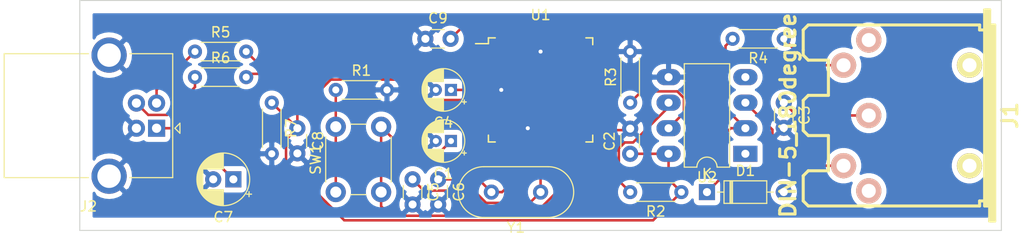
<source format=kicad_pcb>
(kicad_pcb (version 20240108) (generator "pcbnew") (generator_version "8.0")
  (layers (0 "F.Cu" signal) (31 "B.Cu" power) (34 "B.Paste" user) (35 "F.Paste" user) (36 "B.SilkS" user "B.Silkscreen") (37 "F.SilkS" user "F.Silkscreen") (38 "B.Mask" user) (39 "F.Mask" user) (44 "Edge.Cuts" user))
  (net 0 "")
  (net 1 "GND")
  (net 2 "/START_BTN")
  (net 3 "+5V")
  (net 4 "Net-(C3-Pad1)")
  (net 5 "Net-(C4-Pad1)")
  (net 6 "Net-(C5-Pad1)")
  (net 7 "Net-(C6-Pad1)")
  (net 8 "Net-(C7-Pad1)")
  (net 9 "Net-(C9-Pad2)")
  (net 10 "Net-(D1-Pad2)")
  (net 11 "Net-(D1-Pad1)")
  (net 12 "Net-(J1-Pad1)")
  (net 13 "Net-(J1-Pad4)")
  (net 14 "Net-(J1-Pad3)")
  (net 15 "Net-(J2-Pad3)")
  (net 16 "Net-(J2-Pad2)")
  (net 17 "Net-(R1-Pad1)")
  (net 18 "/RX")
  (net 19 "Net-(R3-Pad1)")
  (net 20 "Net-(R5-Pad2)")
  (net 21 "Net-(R6-Pad2)")
  (net 22 "Net-(U1-Pad41)")
  (net 23 "Net-(U1-Pad40)")
  (net 24 "Net-(U1-Pad39)")
  (net 25 "Net-(U1-Pad38)")
  (net 26 "Net-(U1-Pad37)")
  (net 27 "Net-(U1-Pad36)")
  (net 28 "Net-(U1-Pad33)")
  (net 29 "Net-(U1-Pad32)")
  (net 30 "Net-(U1-Pad31)")
  (net 31 "Net-(U1-Pad30)")
  (net 32 "Net-(U1-Pad29)")
  (net 33 "Net-(U1-Pad28)")
  (net 34 "Net-(U1-Pad27)")
  (net 35 "Net-(U1-Pad26)")
  (net 36 "Net-(U1-Pad25)")
  (net 37 "Net-(U1-Pad22)")
  (net 38 "Net-(U1-Pad21)")
  (net 39 "Net-(U1-Pad18)")
  (net 40 "Net-(U1-Pad13)")
  (net 41 "Net-(U1-Pad12)")
  (net 42 "Net-(U1-Pad11)")
  (net 43 "Net-(U1-Pad10)")
  (net 44 "Net-(U1-Pad9)")
  (net 45 "Net-(U1-Pad8)")
  (net 46 "Net-(U1-Pad1)")
  (net 47 "Net-(U2-Pad4)")
  (net 48 "Net-(U2-Pad1)")
  (footprint "Resistor_THT:R_Axial_DIN0204_L3.6mm_D1.6mm_P5.08mm_Horizontal" (layer "F.Cu") (at 147.32 104.14 -90)
    (property "Reference" "R7" (at 2.54 -1.92 90) (layer "F.SilkS"))
    (property "Value" "10k")
    (pad "1" thru_hole circle (at 0 0 270) (size 1.4 1.4) (drill 0.7) (layers "*.Cu" "*.Mask") (net 3 "+5V"))
    (pad "2" thru_hole oval (at 5.08 0 270) (size 1.4 1.4) (drill 0.7) (layers "*.Cu" "*.Mask") (net 1 "GND"))
  )
  (footprint "Capacitor_THT:CP_Radial_D4.0mm_P1.50mm" (layer "F.Cu") (at 165.1 107.95 180)
    (property "Reference" "C1" (at 0.75 -3.25 0) (layer "F.SilkS"))
    (property "Value" "1u")
    (pad "1" thru_hole rect (at 0 0 180) (size 1.2 1.2) (drill 0.6) (layers "*.Cu" "*.Mask") (net 2 "/START_BTN"))
    (pad "2" thru_hole circle (at 1.5 0 180) (size 1.2 1.2) (drill 0.6) (layers "*.Cu" "*.Mask") (net 1 "GND"))
  )
  (footprint "Capacitor_THT:CP_Radial_D4.0mm_P1.50mm" (layer "F.Cu") (at 165.1 102.87 180)
    (property "Reference" "C4" (at 0.75 -3.25 0) (layer "F.SilkS"))
    (property "Value" "1u")
    (pad "1" thru_hole rect (at 0 0 180) (size 1.2 1.2) (drill 0.6) (layers "*.Cu" "*.Mask") (net 5 "Net-(C4-Pad1)"))
    (pad "2" thru_hole circle (at 1.5 0 180) (size 1.2 1.2) (drill 0.6) (layers "*.Cu" "*.Mask") (net 1 "GND"))
  )
  (footprint "Eurocad:MIDI_DIN5" (layer "F.Cu") (at 209.55 105.41 90)
    (property "Reference" "J1" (at 0 11.00074 90) (layer "F.SilkS") (effects (font (size 1.524 1.524) (thickness 0.3048))))
    (property "Value" "DIN-5_180degree" (at 0 -11.00074 90) (layer "F.SilkS") (effects (font (size 1.524 1.524) (thickness 0.3048))))
    (pad "" np_thru_hole circle (at -5.00126 6.9977 90) (size 2.49936 2.49936) (drill 1.397) (layers "*.Cu" "*.Mask" "F.SilkS"))
    (pad "" np_thru_hole circle (at 5.00126 6.9977 90) (size 2.49936 2.49936) (drill 1.397) (layers "*.Cu" "*.Mask" "F.SilkS"))
    (pad "1" thru_hole circle (at 7.49808 -2.9972 90) (size 2.49936 2.49936) (drill 1.397) (layers "*.Cu" "*.SilkS" "*.Mask") (net 12 "Net-(J1-Pad1)"))
    (pad "2" thru_hole circle (at 0 -2.99974 90) (size 2.49936 2.49936) (drill 1.397) (layers "*.Cu" "*.SilkS" "*.Mask") (net 4 "Net-(C3-Pad1)"))
    (pad "3" thru_hole circle (at -7.49808 -2.9972 90) (size 2.49936 2.49936) (drill 1.397) (layers "*.Cu" "*.SilkS" "*.Mask") (net 14 "Net-(J1-Pad3)"))
    (pad "4" thru_hole circle (at 4.99618 -5.4991 90) (size 2.49936 2.49936) (drill 1.397) (layers "*.Cu" "*.SilkS" "*.Mask") (net 13 "Net-(J1-Pad4)"))
    (pad "5" thru_hole circle (at -4.99618 -5.4991 90) (size 2.49936 2.49936) (drill 1.397) (layers "*.Cu" "*.SilkS" "*.Mask") (net 10 "Net-(D1-Pad2)"))
  )
  (footprint "Connector_USB:USB_B_OST_USB-B1HSxx_Horizontal" (layer "F.Cu") (at 135.89 106.68 180)
    (property "Reference" "J2" (at 6.76 -7.77 0) (layer "F.SilkS"))
    (property "Value" "USB_B")
    (pad "1" thru_hole rect (at 0 0 180) (size 1.7 1.7) (drill 0.92) (layers "*.Cu" "*.Mask") (net 8 "Net-(C7-Pad1)"))
    (pad "2" thru_hole circle (at 0 2.5 180) (size 1.7 1.7) (drill 0.92) (layers "*.Cu" "*.Mask") (net 16 "Net-(J2-Pad2)"))
    (pad "3" thru_hole circle (at 2 2.5 180) (size 1.7 1.7) (drill 0.92) (layers "*.Cu" "*.Mask") (net 15 "Net-(J2-Pad3)"))
    (pad "4" thru_hole circle (at 2 0 180) (size 1.7 1.7) (drill 0.92) (layers "*.Cu" "*.Mask") (net 1 "GND"))
    (pad "5" thru_hole circle (at 4.71 -4.77 180) (size 3.5 3.5) (drill 2.33) (layers "*.Cu" "*.Mask") (net 1 "GND"))
    (pad "5" thru_hole circle (at 4.71 7.27 180) (size 3.5 3.5) (drill 2.33) (layers "*.Cu" "*.Mask") (net 1 "GND"))
  )
  (footprint "Resistor_THT:R_Axial_DIN0204_L3.6mm_D1.6mm_P5.08mm_Horizontal" (layer "F.Cu") (at 153.67 102.87)
    (property "Reference" "R1" (at 2.54 -1.92 0) (layer "F.SilkS"))
    (property "Value" "1k")
    (pad "1" thru_hole circle (at 0 0) (size 1.4 1.4) (drill 0.7) (layers "*.Cu" "*.Mask") (net 17 "Net-(R1-Pad1)"))
    (pad "2" thru_hole oval (at 5.08 0) (size 1.4 1.4) (drill 0.7) (layers "*.Cu" "*.Mask") (net 1 "GND"))
  )
  (footprint "Resistor_THT:R_Axial_DIN0204_L3.6mm_D1.6mm_P5.08mm_Horizontal" (layer "F.Cu") (at 187.96 113.03 180)
    (property "Reference" "R2" (at 2.54 -1.92 0) (layer "F.SilkS"))
    (property "Value" "1k")
    (pad "1" thru_hole circle (at 0 0 180) (size 1.4 1.4) (drill 0.7) (layers "*.Cu" "*.Mask") (net 3 "+5V"))
    (pad "2" thru_hole oval (at 5.08 0 180) (size 1.4 1.4) (drill 0.7) (layers "*.Cu" "*.Mask") (net 18 "/RX"))
  )
  (footprint "Resistor_THT:R_Axial_DIN0204_L3.6mm_D1.6mm_P5.08mm_Horizontal" (layer "F.Cu") (at 182.88 104.14 90)
    (property "Reference" "R3" (at 2.54 -1.92 90) (layer "F.SilkS"))
    (property "Value" "10k")
    (pad "1" thru_hole circle (at 0 0 90) (size 1.4 1.4) (drill 0.7) (layers "*.Cu" "*.Mask") (net 19 "Net-(R3-Pad1)"))
    (pad "2" thru_hole oval (at 5.08 0 90) (size 1.4 1.4) (drill 0.7) (layers "*.Cu" "*.Mask") (net 1 "GND"))
  )
  (footprint "Resistor_THT:R_Axial_DIN0204_L3.6mm_D1.6mm_P5.08mm_Horizontal" (layer "F.Cu") (at 139.7 99.06)
    (property "Reference" "R5" (at 2.54 -1.92 0) (layer "F.SilkS"))
    (property "Value" "22")
    (pad "1" thru_hole circle (at 0 0) (size 1.4 1.4) (drill 0.7) (layers "*.Cu" "*.Mask") (net 16 "Net-(J2-Pad2)"))
    (pad "2" thru_hole oval (at 5.08 0) (size 1.4 1.4) (drill 0.7) (layers "*.Cu" "*.Mask") (net 20 "Net-(R5-Pad2)"))
  )
  (footprint "Button_Switch_THT:SW_PUSH_6mm_H8mm" (layer "F.Cu") (at 153.67 113.03 90)
    (property "Reference" "SW1" (at 3.25 -2 90) (layer "F.SilkS"))
    (property "Value" "SW_Push")
    (pad "1" thru_hole circle (at 0 0 180) (size 2 2) (drill 1.1) (layers "*.Cu" "*.Mask") (net 17 "Net-(R1-Pad1)"))
    (pad "1" thru_hole circle (at 6.5 0 180) (size 2 2) (drill 1.1) (layers "*.Cu" "*.Mask") (net 17 "Net-(R1-Pad1)"))
    (pad "2" thru_hole circle (at 0 4.5 180) (size 2 2) (drill 1.1) (layers "*.Cu" "*.Mask") (net 2 "/START_BTN"))
    (pad "2" thru_hole circle (at 6.5 4.5 180) (size 2 2) (drill 1.1) (layers "*.Cu" "*.Mask") (net 2 "/START_BTN"))
  )
  (footprint "Package_QFP:TQFP-44_10x10mm_P0.8mm" (layer "F.Cu") (at 173.99 102.87)
    (property "Reference" "U1" (at 0 -7.45 0) (layer "F.SilkS"))
    (property "Value" "ATmega32U4-MU")
    (pad "1" smd rect (at -5.7 -4) (size 1.5 0.55) (layers "F.Cu" "F.Paste" "F.Mask") (net 46 "Net-(U1-Pad1)"))
    (pad "2" smd rect (at -5.7 -3.2) (size 1.5 0.55) (layers "F.Cu" "F.Paste" "F.Mask") (net 3 "+5V"))
    (pad "3" smd rect (at -5.7 -2.4) (size 1.5 0.55) (layers "F.Cu" "F.Paste" "F.Mask") (net 20 "Net-(R5-Pad2)"))
    (pad "4" smd rect (at -5.7 -1.6) (size 1.5 0.55) (layers "F.Cu" "F.Paste" "F.Mask") (net 21 "Net-(R6-Pad2)"))
    (pad "5" smd rect (at -5.7 -0.8) (size 1.5 0.55) (layers "F.Cu" "F.Paste" "F.Mask") (net 1 "GND"))
    (pad "6" smd rect (at -5.7 0) (size 1.5 0.55) (layers "F.Cu" "F.Paste" "F.Mask") (net 5 "Net-(C4-Pad1)"))
    (pad "7" smd rect (at -5.7 0.8) (size 1.5 0.55) (layers "F.Cu" "F.Paste" "F.Mask") (net 3 "+5V"))
    (pad "8" smd rect (at -5.7 1.6) (size 1.5 0.55) (layers "F.Cu" "F.Paste" "F.Mask") (net 45 "Net-(U1-Pad8)"))
    (pad "9" smd rect (at -5.7 2.4) (size 1.5 0.55) (layers "F.Cu" "F.Paste" "F.Mask") (net 44 "Net-(U1-Pad9)"))
    (pad "10" smd rect (at -5.7 3.2) (size 1.5 0.55) (layers "F.Cu" "F.Paste" "F.Mask") (net 43 "Net-(U1-Pad10)"))
    (pad "11" smd rect (at -5.7 4) (size 1.5 0.55) (layers "F.Cu" "F.Paste" "F.Mask") (net 42 "Net-(U1-Pad11)"))
    (pad "12" smd rect (at -4 5.7 90) (size 1.5 0.55) (layers "F.Cu" "F.Paste" "F.Mask") (net 41 "Net-(U1-Pad12)"))
    (pad "13" smd rect (at -3.2 5.7 90) (size 1.5 0.55) (layers "F.Cu" "F.Paste" "F.Mask") (net 40 "Net-(U1-Pad13)"))
    (pad "14" smd rect (at -2.4 5.7 90) (size 1.5 0.55) (layers "F.Cu" "F.Paste" "F.Mask") (net 3 "+5V"))
    (pad "15" smd rect (at -1.6 5.7 90) (size 1.5 0.55) (layers "F.Cu" "F.Paste" "F.Mask") (net 1 "GND"))
    (pad "16" smd rect (at -0.8 5.7 90) (size 1.5 0.55) (layers "F.Cu" "F.Paste" "F.Mask") (net 7 "Net-(C6-Pad1)"))
    (pad "17" smd rect (at 0 5.7 90) (size 1.5 0.55) (layers "F.Cu" "F.Paste" "F.Mask") (net 6 "Net-(C5-Pad1)"))
    (pad "18" smd rect (at 0.8 5.7 90) (size 1.5 0.55) (layers "F.Cu" "F.Paste" "F.Mask") (net 39 "Net-(U1-Pad18)"))
    (pad "19" smd rect (at 1.6 5.7 90) (size 1.5 0.55) (layers "F.Cu" "F.Paste" "F.Mask") (net 2 "/START_BTN"))
    (pad "20" smd rect (at 2.4 5.7 90) (size 1.5 0.55) (layers "F.Cu" "F.Paste" "F.Mask") (net 18 "/RX"))
    (pad "21" smd rect (at 3.2 5.7 90) (size 1.5 0.55) (layers "F.Cu" "F.Paste" "F.Mask") (net 38 "Net-(U1-Pad21)"))
    (pad "22" smd rect (at 4 5.7 90) (size 1.5 0.55) (layers "F.Cu" "F.Paste" "F.Mask") (net 37 "Net-(U1-Pad22)"))
    (pad "23" smd rect (at 5.7 4) (size 1.5 0.55) (layers "F.Cu" "F.Paste" "F.Mask") (net 1 "GND"))
    (pad "24" smd rect (at 5.7 3.2) (size 1.5 0.55) (layers "F.Cu" "F.Paste" "F.Mask") (net 3 "+5V"))
    (pad "25" smd rect (at 5.7 2.4) (size 1.5 0.55) (layers "F.Cu" "F.Paste" "F.Mask") (net 36 "Net-(U1-Pad25)"))
    (pad "26" smd rect (at 5.7 1.6) (size 1.5 0.55) (layers "F.Cu" "F.Paste" "F.Mask") (net 35 "Net-(U1-Pad26)"))
    (pad "27" smd rect (at 5.7 0.8) (size 1.5 0.55) (layers "F.Cu" "F.Paste" "F.Mask") (net 34 "Net-(U1-Pad27)"))
    (pad "28" smd rect (at 5.7 0) (size 1.5 0.55) (layers "F.Cu" "F.Paste" "F.Mask") (net 33 "Net-(U1-Pad28)"))
    (pad "29" smd rect (at 5.7 -0.8) (size 1.5 0.55) (layers "F.Cu" "F.Paste" "F.Mask") (net 32 "Net-(U1-Pad29)"))
    (pad "30" smd rect (at 5.7 -1.6) (size 1.5 0.55) (layers "F.Cu" "F.Paste" "F.Mask") (net 31 "Net-(U1-Pad30)"))
    (pad "31" smd rect (at 5.7 -2.4) (size 1.5 0.55) (layers "F.Cu" "F.Paste" "F.Mask") (net 30 "Net-(U1-Pad31)"))
    (pad "32" smd rect (at 5.7 -3.2) (size 1.5 0.55) (layers "F.Cu" "F.Paste" "F.Mask") (net 29 "Net-(U1-Pad32)"))
    (pad "33" smd rect (at 5.7 -4) (size 1.5 0.55) (layers "F.Cu" "F.Paste" "F.Mask") (net 28 "Net-(U1-Pad33)"))
    (pad "34" smd rect (at 4 -5.7 90) (size 1.5 0.55) (layers "F.Cu" "F.Paste" "F.Mask") (net 3 "+5V"))
    (pad "35" smd rect (at 3.2 -5.7 90) (size 1.5 0.55) (layers "F.Cu" "F.Paste" "F.Mask") (net 1 "GND"))
    (pad "36" smd rect (at 2.4 -5.7 90) (size 1.5 0.55) (layers "F.Cu" "F.Paste" "F.Mask") (net 27 "Net-(U1-Pad36)"))
    (pad "37" smd rect (at 1.6 -5.7 90) (size 1.5 0.55) (layers "F.Cu" "F.Paste" "F.Mask") (net 26 "Net-(U1-Pad37)"))
    (pad "38" smd rect (at 0.8 -5.7 90) (size 1.5 0.55) (layers "F.Cu" "F.Paste" "F.Mask") (net 25 "Net-(U1-Pad38)"))
    (pad "39" smd rect (at 0 -5.7 90) (size 1.5 0.55) (layers "F.Cu" "F.Paste" "F.Mask") (net 24 "Net-(U1-Pad39)"))
    (pad "40" smd rect (at -0.8 -5.7 90) (size 1.5 0.55) (layers "F.Cu" "F.Paste" "F.Mask") (net 23 "Net-(U1-Pad40)"))
    (pad "41" smd rect (at -1.6 -5.7 90) (size 1.5 0.55) (layers "F.Cu" "F.Paste" "F.Mask") (net 22 "Net-(U1-Pad41)"))
    (pad "42" smd rect (at -2.4 -5.7 90) (size 1.5 0.55) (layers "F.Cu" "F.Paste" "F.Mask") (net 9 "Net-(C9-Pad2)"))
    (pad "43" smd rect (at -3.2 -5.7 90) (size 1.5 0.55) (layers "F.Cu" "F.Paste" "F.Mask") (net 1 "GND"))
    (pad "44" smd rect (at -4 -5.7 90) (size 1.5 0.55) (layers "F.Cu" "F.Paste" "F.Mask") (net 3 "+5V"))
  )
  (footprint "Crystal:Crystal_HC49-4H_Vertical" (layer "F.Cu") (at 173.99 113.03 180)
    (property "Reference" "Y1" (at 2.44 -3.525 0) (layer "F.SilkS"))
    (property "Value" "16MHz")
    (pad "1" thru_hole circle (at 0 0 180) (size 1.5 1.5) (drill 0.8) (layers "*.Cu" "*.Mask") (net 6 "Net-(C5-Pad1)"))
    (pad "2" thru_hole circle (at 4.88 0 180) (size 1.5 1.5) (drill 0.8) (layers "*.Cu" "*.Mask") (net 7 "Net-(C6-Pad1)"))
  )
  (footprint "Resistor_THT:R_Axial_DIN0204_L3.6mm_D1.6mm_P5.08mm_Horizontal" (layer "F.Cu") (at 139.7 101.6)
    (property "Reference" "R6" (at 2.54 -1.92 0) (layer "F.SilkS"))
    (property "Value" "22")
    (pad "1" thru_hole circle (at 0 0) (size 1.4 1.4) (drill 0.7) (layers "*.Cu" "*.Mask") (net 15 "Net-(J2-Pad3)"))
    (pad "2" thru_hole oval (at 5.08 0) (size 1.4 1.4) (drill 0.7) (layers "*.Cu" "*.Mask") (net 21 "Net-(R6-Pad2)"))
  )
  (footprint "Capacitor_THT:C_Disc_D3.0mm_W1.6mm_P2.50mm" (layer "F.Cu") (at 149.86 106.68 -90)
    (property "Reference" "C8" (at 1.25 -2.05 90) (layer "F.SilkS"))
    (property "Value" "100n")
    (pad "1" thru_hole circle (at 0 0 270) (size 1.6 1.6) (drill 0.8) (layers "*.Cu" "*.Mask") (net 3 "+5V"))
    (pad "2" thru_hole circle (at 2.5 0 270) (size 1.6 1.6) (drill 0.8) (layers "*.Cu" "*.Mask") (net 1 "GND"))
  )
  (footprint "Capacitor_THT:CP_Radial_D5.0mm_P2.00mm" (layer "F.Cu") (at 143.51 111.76 180)
    (property "Reference" "C7" (at 1 -3.75 0) (layer "F.SilkS"))
    (property "Value" "22u")
    (pad "1" thru_hole rect (at 0 0 180) (size 1.6 1.6) (drill 0.8) (layers "*.Cu" "*.Mask") (net 8 "Net-(C7-Pad1)"))
    (pad "2" thru_hole circle (at 2 0 180) (size 1.6 1.6) (drill 0.8) (layers "*.Cu" "*.Mask") (net 1 "GND"))
  )
  (footprint "Capacitor_THT:C_Disc_D3.0mm_W1.6mm_P2.50mm" (layer "F.Cu") (at 198.12 104.14 -90)
    (property "Reference" "C3" (at 1.25 -2.05 90) (layer "F.SilkS"))
    (property "Value" "100n")
    (pad "1" thru_hole circle (at 0 0 270) (size 1.6 1.6) (drill 0.8) (layers "*.Cu" "*.Mask") (net 4 "Net-(C3-Pad1)"))
    (pad "2" thru_hole circle (at 2.5 0 270) (size 1.6 1.6) (drill 0.8) (layers "*.Cu" "*.Mask") (net 1 "GND"))
  )
  (footprint "Capacitor_THT:C_Disc_D3.0mm_W1.6mm_P2.50mm" (layer "F.Cu") (at 163.83 111.76 -90)
    (property "Reference" "C6" (at 1.25 -2.05 90) (layer "F.SilkS"))
    (property "Value" "22p")
    (pad "1" thru_hole circle (at 0 0 270) (size 1.6 1.6) (drill 0.8) (layers "*.Cu" "*.Mask") (net 7 "Net-(C6-Pad1)"))
    (pad "2" thru_hole circle (at 2.5 0 270) (size 1.6 1.6) (drill 0.8) (layers "*.Cu" "*.Mask") (net 1 "GND"))
  )
  (footprint "Package_DIP:DIP-8_W7.62mm_LongPads" (layer "F.Cu") (at 194.31 109.22 180)
    (property "Reference" "U2" (at 3.81 -2.33 0) (layer "F.SilkS"))
    (property "Value" "6N138")
    (pad "1" thru_hole rect (at 0 0 180) (size 2.4 1.6) (drill 0.8) (layers "*.Cu" "*.Mask") (net 48 "Net-(U2-Pad1)"))
    (pad "2" thru_hole oval (at 0 2.54 180) (size 2.4 1.6) (drill 0.8) (layers "*.Cu" "*.Mask") (net 11 "Net-(D1-Pad1)"))
    (pad "3" thru_hole oval (at 0 5.08 180) (size 2.4 1.6) (drill 0.8) (layers "*.Cu" "*.Mask") (net 10 "Net-(D1-Pad2)"))
    (pad "4" thru_hole oval (at 0 7.62 180) (size 2.4 1.6) (drill 0.8) (layers "*.Cu" "*.Mask") (net 47 "Net-(U2-Pad4)"))
    (pad "5" thru_hole oval (at 7.62 7.62 180) (size 2.4 1.6) (drill 0.8) (layers "*.Cu" "*.Mask") (net 1 "GND"))
    (pad "6" thru_hole oval (at 7.62 5.08 180) (size 2.4 1.6) (drill 0.8) (layers "*.Cu" "*.Mask") (net 18 "/RX"))
    (pad "7" thru_hole oval (at 7.62 2.54 180) (size 2.4 1.6) (drill 0.8) (layers "*.Cu" "*.Mask") (net 19 "Net-(R3-Pad1)"))
    (pad "8" thru_hole oval (at 7.62 0 180) (size 2.4 1.6) (drill 0.8) (layers "*.Cu" "*.Mask") (net 3 "+5V"))
  )
  (footprint "Diode_THT:D_DO-35_SOD27_P7.62mm_Horizontal" (layer "F.Cu") (at 190.5 113.03)
    (property "Reference" "D1" (at 3.81 -2.12 0) (layer "F.SilkS"))
    (property "Value" "1N4148")
    (fp_text user "K" (at 0 -1.8 0) (layer "F.SilkS"))
    (pad "1" thru_hole rect (at 0 0) (size 1.6 1.6) (drill 0.8) (layers "*.Cu" "*.Mask") (net 11 "Net-(D1-Pad1)"))
    (pad "2" thru_hole oval (at 7.62 0) (size 1.6 1.6) (drill 0.8) (layers "*.Cu" "*.Mask") (net 10 "Net-(D1-Pad2)"))
  )
  (footprint "Capacitor_THT:C_Disc_D3.0mm_W1.6mm_P2.50mm" (layer "F.Cu") (at 162.56 97.79)
    (property "Reference" "C9" (at 1.25 -2.05 0) (layer "F.SilkS"))
    (property "Value" "100n")
    (pad "1" thru_hole circle (at 0 0) (size 1.6 1.6) (drill 0.8) (layers "*.Cu" "*.Mask") (net 1 "GND"))
    (pad "2" thru_hole circle (at 2.5 0) (size 1.6 1.6) (drill 0.8) (layers "*.Cu" "*.Mask") (net 9 "Net-(C9-Pad2)"))
  )
  (footprint "Resistor_THT:R_Axial_DIN0204_L3.6mm_D1.6mm_P5.08mm_Horizontal" (layer "F.Cu") (at 198.12 97.79 180)
    (property "Reference" "R4" (at 2.54 -1.92 0) (layer "F.SilkS"))
    (property "Value" "220")
    (pad "1" thru_hole circle (at 0 0 180) (size 1.4 1.4) (drill 0.7) (layers "*.Cu" "*.Mask") (net 13 "Net-(J1-Pad4)"))
    (pad "2" thru_hole oval (at 5.08 0 180) (size 1.4 1.4) (drill 0.7) (layers "*.Cu" "*.Mask") (net 11 "Net-(D1-Pad1)"))
  )
  (footprint "Capacitor_THT:C_Disc_D3.0mm_W1.6mm_P2.50mm" (layer "F.Cu") (at 182.88 109.22 90)
    (property "Reference" "C2" (at 1.25 -2.05 90) (layer "F.SilkS"))
    (property "Value" "100n")
    (pad "1" thru_hole circle (at 0 0 90) (size 1.6 1.6) (drill 0.8) (layers "*.Cu" "*.Mask") (net 3 "+5V"))
    (pad "2" thru_hole circle (at 2.5 0 90) (size 1.6 1.6) (drill 0.8) (layers "*.Cu" "*.Mask") (net 1 "GND"))
  )
  (footprint "Capacitor_THT:C_Disc_D3.0mm_W1.6mm_P2.50mm" (layer "F.Cu") (at 161.29 111.76 -90)
    (property "Reference" "C5" (at 1.25 -2.05 90) (layer "F.SilkS"))
    (property "Value" "22p")
    (pad "1" thru_hole circle (at 0 0 270) (size 1.6 1.6) (drill 0.8) (layers "*.Cu" "*.Mask") (net 6 "Net-(C5-Pad1)"))
    (pad "2" thru_hole circle (at 2.5 0 270) (size 1.6 1.6) (drill 0.8) (layers "*.Cu" "*.Mask") (net 1 "GND"))
  )
  (gr_line (start 128.27 116.84) (end 128.27 93.98) (stroke (width 0.1)) (layer "Edge.Cuts"))
  (gr_line (start 219.71 116.84) (end 128.27 116.84) (stroke (width 0.1)) (layer "Edge.Cuts"))
  (gr_line (start 219.71 93.98) (end 219.71 116.84) (stroke (width 0.1)) (layer "Edge.Cuts"))
  (gr_line (start 128.27 93.98) (end 219.71 93.98) (stroke (width 0.1)) (layer "Edge.Cuts"))
  (segment (start 170.09 102.87) (end 170.09 102.87) (width 0.25) (layer "F.Cu") (net 1))
  (segment (start 177.19 97.980002) (end 176.110002 99.06) (width 0.25) (layer "F.Cu") (net 1))
  (segment (start 172.39 108.57) (end 172.39 107.01) (width 0.25) (layer "F.Cu") (net 1))
  (segment (start 169.29 102.07) (end 170.09 102.87) (width 0.25) (layer "F.Cu") (net 1))
  (segment (start 171.68 99.06) (end 173.99 99.06) (width 0.25) (layer "F.Cu") (net 1))
  (segment (start 176.110002 99.06) (end 175.26 99.06) (width 0.25) (layer "F.Cu") (net 1))
  (segment (start 170.79 98.17) (end 171.68 99.06) (width 0.25) (layer "F.Cu") (net 1))
  (segment (start 177.19 97.17) (end 177.19 97.980002) (width 0.25) (layer "F.Cu") (net 1))
  (segment (start 170.79 97.17) (end 170.79 98.17) (width 0.25) (layer "F.Cu") (net 1))
  (segment (start 175.26 99.06) (end 173.99 99.06) (width 0.25) (layer "F.Cu") (net 1))
  (segment (start 182.73 106.87) (end 182.88 106.72) (width 0.25) (layer "F.Cu") (net 1))
  (segment (start 179.69 106.87) (end 182.73 106.87) (width 0.25) (layer "F.Cu") (net 1))
  (segment (start 172.39 107.01) (end 172.72 106.68) (width 0.25) (layer "F.Cu") (net 1))
  (segment (start 168.29 102.07) (end 169.29 102.07) (width 0.25) (layer "F.Cu") (net 1))
  (via (at 173.99 99.06) (size 0.8) (drill 0.4) (layers "F.Cu" "B.Cu") (net 1))
  (via (at 172.72 106.68) (size 0.8) (drill 0.4) (layers "F.Cu" "B.Cu") (net 1))
  (via (at 170.09 102.87) (size 0.8) (drill 0.4) (layers "F.Cu" "B.Cu") (net 1))
  (segment (start 163.83 109.22) (end 165.1 107.95) (width 0.25) (layer "F.Cu") (net 2))
  (segment (start 158.17 114.444213) (end 159.110788 115.385001) (width 0.25) (layer "F.Cu") (net 2))
  (segment (start 175.59 113.021002) (end 175.59 109.55) (width 0.25) (layer "F.Cu") (net 2))
  (segment (start 160.86 109.22) (end 163.83 109.22) (width 0.25) (layer "F.Cu") (net 2))
  (segment (start 175.59 109.55) (end 175.59 108.57) (width 0.25) (layer "F.Cu") (net 2))
  (segment (start 158.17 106.53) (end 160.86 109.22) (width 0.25) (layer "F.Cu") (net 2))
  (segment (start 161.105001 115.385001) (end 173.226001 115.385001) (width 0.25) (layer "F.Cu") (net 2))
  (segment (start 160.380788 115.385001) (end 161.105001 115.385001) (width 0.25) (layer "F.Cu") (net 2))
  (segment (start 159.110788 115.385001) (end 161.105001 115.385001) (width 0.25) (layer "F.Cu") (net 2))
  (segment (start 173.226001 115.385001) (end 175.59 113.021002) (width 0.25) (layer "F.Cu") (net 2))
  (segment (start 158.17 113.03) (end 158.17 106.53) (width 0.25) (layer "F.Cu") (net 2))
  (segment (start 158.17 113.03) (end 158.17 114.444213) (width 0.25) (layer "F.Cu") (net 2))
  (segment (start 149.86 106.68) (end 148.734999 107.805001) (width 0.25) (layer "F.Cu") (net 3))
  (segment (start 154.514009 115.835011) (end 152.689499 114.010501) (width 0.25) (layer "F.Cu") (net 3))
  (segment (start 177.99 97.17) (end 177.99 98.17) (width 0.25) (layer "F.Cu") (net 3))
  (segment (start 163.230997 103.869999) (end 168.090001 103.869999) (width 0.25) (layer "F.Cu") (net 3))
  (segment (start 171.59 101.97) (end 171.59 106.159998) (width 0.25) (layer "F.Cu") (net 3))
  (segment (start 169.29 99.67) (end 171.59 101.97) (width 0.25) (layer "F.Cu") (net 3))
  (segment (start 168.090001 103.869999) (end 168.29 103.67) (width 0.25) (layer "F.Cu") (net 3))
  (segment (start 148.734999 110.056001) (end 152.689499 114.010501) (width 0.25) (layer "F.Cu") (net 3))
  (segment (start 182.88 109.22) (end 186.69 109.22) (width 0.25) (layer "F.Cu") (net 3))
  (segment (start 174.19 101.97) (end 171.59 101.97) (width 0.25) (layer "F.Cu") (net 3))
  (segment (start 149.86 106.68) (end 149.86 105.162998) (width 0.25) (layer "F.Cu") (net 3))
  (segment (start 168.29 103.67) (end 169.100002 103.67) (width 0.25) (layer "F.Cu") (net 3))
  (segment (start 175.69 106.07) (end 171.59 101.97) (width 0.25) (layer "F.Cu") (net 3))
  (segment (start 161.205997 101.844999) (end 163.230997 103.869999) (width 0.25) (layer "F.Cu") (net 3))
  (segment (start 185.154989 115.835011) (end 154.514009 115.835011) (width 0.25) (layer "F.Cu") (net 3))
  (segment (start 186.69 109.22) (end 186.69 111.76) (width 0.25) (layer "F.Cu") (net 3))
  (segment (start 177.99 98.17) (end 174.19 101.97) (width 0.25) (layer "F.Cu") (net 3))
  (segment (start 186.69 111.76) (end 187.96 113.03) (width 0.25) (layer "F.Cu") (net 3))
  (segment (start 171.59 106.159998) (end 171.59 108.57) (width 0.25) (layer "F.Cu") (net 3))
  (segment (start 153.177999 101.844999) (end 161.205997 101.844999) (width 0.25) (layer "F.Cu") (net 3))
  (segment (start 187.96 113.03) (end 185.154989 115.835011) (width 0.25) (layer "F.Cu") (net 3))
  (segment (start 149.86 105.162998) (end 153.177999 101.844999) (width 0.25) (layer "F.Cu") (net 3))
  (segment (start 171.59 100.380002) (end 171.59 101.97) (width 0.25) (layer "F.Cu") (net 3))
  (segment (start 179.69 106.07) (end 175.69 106.07) (width 0.25) (layer "F.Cu") (net 3))
  (segment (start 169.100002 103.67) (end 171.59 106.159998) (width 0.25) (layer "F.Cu") (net 3))
  (segment (start 148.734999 107.805001) (end 148.734999 110.056001) (width 0.25) (layer "F.Cu") (net 3))
  (segment (start 169.99 98.780002) (end 171.59 100.380002) (width 0.25) (layer "F.Cu") (net 3))
  (segment (start 168.29 99.67) (end 169.29 99.67) (width 0.25) (layer "F.Cu") (net 3))
  (segment (start 147.32 104.14) (end 149.86 106.68) (width 0.25) (layer "F.Cu") (net 3))
  (segment (start 169.99 97.17) (end 169.99 98.780002) (width 0.25) (layer "F.Cu") (net 3))
  (segment (start 199.39 105.41) (end 198.12 104.14) (width 0.25) (layer "F.Cu") (net 4))
  (segment (start 206.55026 105.41) (end 199.39 105.41) (width 0.25) (layer "F.Cu") (net 4))
  (segment (start 165.1 102.87) (end 168.29 102.87) (width 0.25) (layer "F.Cu") (net 5))
  (segment (start 172.914999 114.105001) (end 173.99 113.03) (width 0.25) (layer "F.Cu") (net 6))
  (segment (start 161.29 111.76) (end 162.415001 112.885001) (width 0.25) (layer "F.Cu") (net 6))
  (segment (start 173.99 113.03) (end 173.99 108.57) (width 0.25) (layer "F.Cu") (net 6))
  (segment (start 167.373999 112.885001) (end 168.593999 114.105001) (width 0.25) (layer "F.Cu") (net 6))
  (segment (start 168.593999 114.105001) (end 172.914999 114.105001) (width 0.25) (layer "F.Cu") (net 6))
  (segment (start 162.415001 112.885001) (end 167.373999 112.885001) (width 0.25) (layer "F.Cu") (net 6))
  (segment (start 170.17066 113.03) (end 173.19 110.01066) (width 0.25) (layer "F.Cu") (net 7))
  (segment (start 163.83 111.76) (end 167.84 111.76) (width 0.25) (layer "F.Cu") (net 7))
  (segment (start 173.19 110.01066) (end 173.19 108.57) (width 0.25) (layer "F.Cu") (net 7))
  (segment (start 167.84 111.76) (end 169.11 113.03) (width 0.25) (layer "F.Cu") (net 7))
  (segment (start 169.11 113.03) (end 170.17066 113.03) (width 0.25) (layer "F.Cu") (net 7))
  (segment (start 135.89 106.68) (end 138.43 106.68) (width 0.25) (layer "F.Cu") (net 8))
  (segment (start 138.43 106.68) (end 143.51 111.76) (width 0.25) (layer "F.Cu") (net 8))
  (segment (start 166.755001 96.094999) (end 171.325001 96.094999) (width 0.25) (layer "F.Cu") (net 9))
  (segment (start 171.59 96.359998) (end 171.59 97.17) (width 0.25) (layer "F.Cu") (net 9))
  (segment (start 171.325001 96.094999) (end 171.59 96.359998) (width 0.25) (layer "F.Cu") (net 9))
  (segment (start 165.06 97.79) (end 166.755001 96.094999) (width 0.25) (layer "F.Cu") (net 9))
  (segment (start 196.994999 106.824999) (end 194.31 104.14) (width 0.25) (layer "F.Cu") (net 10))
  (segment (start 200.74382 110.40618) (end 198.12 113.03) (width 0.25) (layer "F.Cu") (net 10))
  (segment (start 199.47382 110.40618) (end 196.994999 107.927359) (width 0.25) (layer "F.Cu") (net 10))
  (segment (start 204.0509 110.40618) (end 200.74382 110.40618) (width 0.25) (layer "F.Cu") (net 10))
  (segment (start 200.74382 110.40618) (end 199.47382 110.40618) (width 0.25) (layer "F.Cu") (net 10))
  (segment (start 196.994999 107.927359) (end 196.994999 106.824999) (width 0.25) (layer "F.Cu") (net 10))
  (segment (start 190.5 113.03) (end 191.77 111.76) (width 0.25) (layer "F.Cu") (net 11))
  (segment (start 191.77 111.76) (end 191.77 107.77) (width 0.25) (layer "F.Cu") (net 11))
  (segment (start 191.77 107.77) (end 192.86 106.68) (width 0.25) (layer "F.Cu") (net 11))
  (segment (start 192.86 106.68) (end 194.31 106.68) (width 0.25) (layer "F.Cu") (net 11))
  (segment (start 192.340001 104.710001) (end 194.31 106.68) (width 0.25) (layer "F.Cu") (net 11))
  (segment (start 193.04 97.79) (end 192.340001 98.489999) (width 0.25) (layer "F.Cu") (net 11))
  (segment (start 192.340001 98.489999) (end 192.340001 104.710001) (width 0.25) (layer "F.Cu") (net 11))
  (segment (start 200.74382 100.41382) (end 198.12 97.79) (width 0.25) (layer "F.Cu") (net 13))
  (segment (start 204.0509 100.41382) (end 200.74382 100.41382) (width 0.25) (layer "F.Cu") (net 13))
  (segment (start 136.934948 105.355001) (end 139.7 102.589949) (width 0.25) (layer "F.Cu") (net 15))
  (segment (start 139.7 102.589949) (end 139.7 101.6) (width 0.25) (layer "F.Cu") (net 15))
  (segment (start 135.065001 105.355001) (end 136.934948 105.355001) (width 0.25) (layer "F.Cu") (net 15))
  (segment (start 133.89 104.18) (end 135.065001 105.355001) (width 0.25) (layer "F.Cu") (net 15))
  (segment (start 135.89 102.87) (end 139.7 99.06) (width 0.25) (layer "F.Cu") (net 16))
  (segment (start 135.89 104.18) (end 135.89 102.87) (width 0.25) (layer "F.Cu") (net 16))
  (segment (start 153.67 106.53) (end 153.67 113.03) (width 0.25) (layer "F.Cu") (net 17))
  (segment (start 153.67 102.87) (end 153.67 106.53) (width 0.25) (layer "F.Cu") (net 17))
  (segment (start 186.69 104.14) (end 186.69 104.575002) (width 0.25) (layer "F.Cu") (net 18))
  (segment (start 182.339999 108.094999) (end 181.754999 108.679999) (width 0.25) (layer "F.Cu") (net 18))
  (segment (start 186.69 104.575002) (end 183.170003 108.094999) (width 0.25) (layer "F.Cu") (net 18))
  (segment (start 176.654999 109.645001) (end 176.39 109.380002) (width 0.25) (layer "F.Cu") (net 18))
  (segment (start 176.39 109.380002) (end 176.39 108.57) (width 0.25) (layer "F.Cu") (net 18))
  (segment (start 183.170003 108.094999) (end 182.339999 108.094999) (width 0.25) (layer "F.Cu") (net 18))
  (segment (start 181.754999 111.904999) (end 182.88 113.03) (width 0.25) (layer "F.Cu") (net 18))
  (segment (start 180.789997 109.645001) (end 176.654999 109.645001) (width 0.25) (layer "F.Cu") (net 18))
  (segment (start 182.339999 108.094999) (end 180.789997 109.645001) (width 0.25) (layer "F.Cu") (net 18))
  (segment (start 181.754999 108.679999) (end 181.754999 111.904999) (width 0.25) (layer "F.Cu") (net 18))
  (segment (start 188.21501 103.674006) (end 187.555994 103.01499) (width 0.25) (layer "F.Cu") (net 19))
  (segment (start 186.69 106.68) (end 188.21501 105.15499) (width 0.25) (layer "F.Cu") (net 19))
  (segment (start 184.00501 103.01499) (end 182.88 104.14) (width 0.25) (layer "F.Cu") (net 19))
  (segment (start 187.555994 103.01499) (end 184.00501 103.01499) (width 0.25) (layer "F.Cu") (net 19))
  (segment (start 188.21501 105.15499) (end 188.21501 103.674006) (width 0.25) (layer "F.Cu") (net 19))
  (segment (start 144.78 99.06) (end 146.19 100.47) (width 0.25) (layer "F.Cu") (net 20))
  (segment (start 146.19 100.47) (end 168.29 100.47) (width 0.25) (layer "F.Cu") (net 20))
  (segment (start 144.78 101.6) (end 145.11 101.27) (width 0.25) (layer "F.Cu") (net 21))
  (segment (start 145.11 101.27) (end 168.29 101.27) (width 0.25) (layer "F.Cu") (net 21))
  (zone (net 1) (net_name "GND") (layer "B.Cu") (connect_pads (clearance 0.508)) (min_thickness 0.254) (fill yes (thermal_gap 0.508) (thermal_bridge_width 0.508))
    (polygon (pts (xy 218.44 115.57) (xy 129.54 115.57) (xy 129.54 95.25) (xy 218.44 95.25)))
  )
)
</source>
